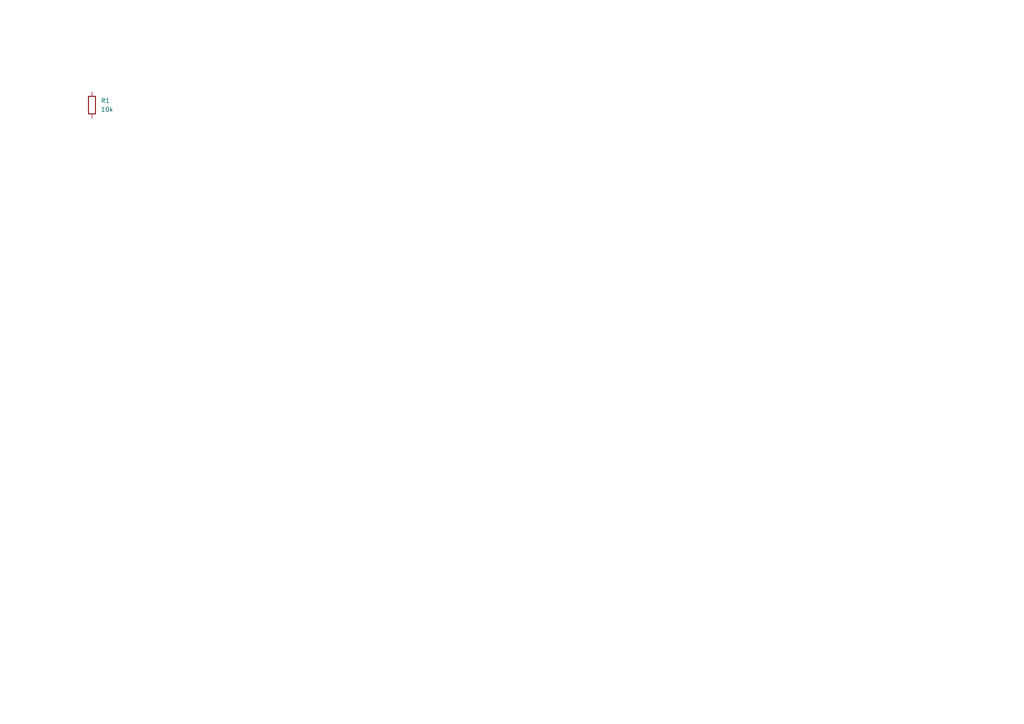
<source format=kicad_sch>
(kicad_sch (version 20250114) (generator "eeschema") (generator_version "9.0")
  (paper "A4")
  (lib_symbols
    (symbol "Device:R" (pin_numbers (hide yes)) (pin_names (offset 0))
      (property "Reference" "R" (at 2.032 0 90))
      (property "Value" "R" (at 0 0 90))
      (symbol "R_0_1"
        (rectangle (start -1.016 -2.54) (end 1.016 2.54) (stroke (width 0.254)))
      )
      (symbol "R_1_1"
        (pin passive line (at 0 3.81 270) (length 1.27) (name "~") (number "1"))
        (pin passive line (at 0 -3.81 90) (length 1.27) (name "~") (number "2"))
      )
    )
  )
  (symbol (lib_id "Device:R") (at 26.67 30.48 0) (unit 1)
    (property "Reference" "R1" (at 29.21 29.2099 0) (effects (justify left)))
    (property "Value" "10k" (at 29.21 31.7499 0) (effects (justify left)))
    (property "Footprint" "Resistor_SMD:R_0603_1608Metric" (effects (hide yes)))
    (property "Description" "Resistor" (effects (hide yes)))
  )
)
</source>
